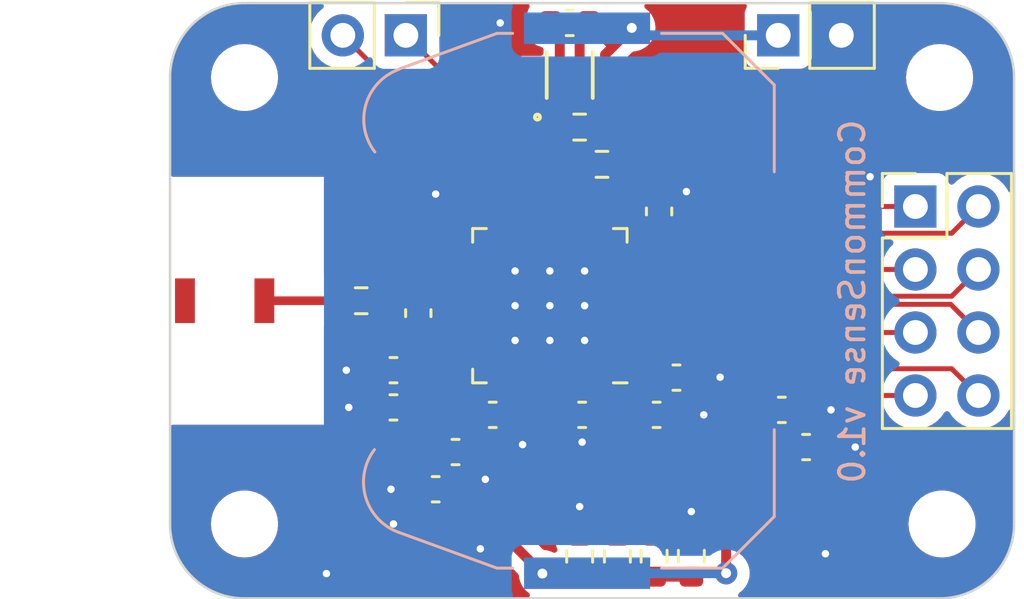
<source format=kicad_pcb>
(kicad_pcb (version 20221018) (generator pcbnew)
  (layers (0 "F.Cu" signal) (31 "B.Cu" signal) (34 "B.Paste" user) (35 "F.Paste" user) (36 "B.SilkS" user "B.Silkscreen") (37 "F.SilkS" user "F.Silkscreen") (38 "B.Mask" user) (39 "F.Mask" user) (44 "Edge.Cuts" user))
  (net 0 "")
  (net 1 "/RF")
  (net 2 "+3V3")
  (net 3 "GND")
  (net 4 "/XL1")
  (net 5 "/XL2")
  (net 6 "/DEC1")
  (net 7 "/DEC4")
  (net 8 "/DEC3")
  (net 9 "/DEC2")
  (net 10 "/XC1")
  (net 11 "/XC2")
  (net 12 "/ANT")
  (net 13 "/LED_RES1")
  (net 14 "/LED_RES2")
  (net 15 "/P0.09")
  (net 16 "/P0.08")
  (net 17 "/P0.07")
  (net 18 "/P0.06")
  (net 19 "/AIN3")
  (net 20 "/AIN2")
  (net 21 "/AIN1")
  (net 22 "/AIN0")
  (net 23 "/STATUS_LED1")
  (net 24 "/STATUS_LED2")
  (net 34 "/RESET")
  (net 35 "/SWDCLK")
  (net 36 "/SWDIO")
  (net 47 "/SDA")
  (net 48 "/SCL")
  (footprint "Connector_PinHeader_2.54mm:PinHeader_1x02_P2.54mm_Vertical" (layer "F.Cu") (at 160.5 57.3 90)
    (fp_text reference "J2" hide)
    (fp_text value "Conn_01x02" hide)
    (fp_line (start -1.33 -1.33) (end 0 -1.33) (stroke (width 0.12)) (layer "F.SilkS"))
    (fp_line (start -1.33 0) (end -1.33 -1.33) (stroke (width 0.12)) (layer "F.SilkS"))
    (fp_line (start -1.33 1.27) (end -1.33 3.87) (stroke (width 0.12)) (layer "F.SilkS"))
    (fp_line (start -1.33 1.27) (end 1.33 1.27) (stroke (width 0.12)) (layer "F.SilkS"))
    (fp_line (start -1.33 3.87) (end 1.33 3.87) (stroke (width 0.12)) (layer "F.SilkS"))
    (fp_line (start 1.33 1.27) (end 1.33 3.87) (stroke (width 0.12)) (layer "F.SilkS"))
    (pad "1" thru_hole rect (at 0 0 90) (size 1.7 1.7) (drill 1) (layers "*.Cu" "*.Mask") (net 2 "+3V3"))
    (pad "2" thru_hole oval (at 0 2.54 90) (size 1.7 1.7) (drill 1) (layers "*.Cu" "*.Mask") (net 3 "GND"))
  )
  (footprint "Capacitor_SMD:C_0603_1608Metric" (layer "F.Cu") (at 145 70.8 180)
    (fp_text reference "C9" hide)
    (fp_text value "N.C." hide)
    (fp_line (start -0.14058 -0.51) (end 0.14058 -0.51) (stroke (width 0.12)) (layer "F.SilkS"))
    (fp_line (start -0.14058 0.51) (end 0.14058 0.51) (stroke (width 0.12)) (layer "F.SilkS"))
    (pad "1" smd roundrect (at -0.775 0 180) (size 0.9 0.95) (layers "F.Cu" "F.Paste" "F.Mask") (net 9 "/DEC2"))
    (pad "2" smd roundrect (at 0.775 0 180) (size 0.9 0.95) (layers "F.Cu" "F.Paste" "F.Mask") (net 3 "GND"))
  )
  (footprint "Capacitor_SMD:C_0603_1608Metric" (layer "F.Cu") (at 156.4 71.1 180)
    (fp_text reference "C3" hide)
    (fp_text value "100n" hide)
    (fp_line (start -0.14058 -0.51) (end 0.14058 -0.51) (stroke (width 0.12)) (layer "F.SilkS"))
    (fp_line (start -0.14058 0.51) (end 0.14058 0.51) (stroke (width 0.12)) (layer "F.SilkS"))
    (pad "1" smd roundrect (at -0.775 0 180) (size 0.9 0.95) (layers "F.Cu" "F.Paste" "F.Mask") (net 3 "GND"))
    (pad "2" smd roundrect (at 0.775 0 180) (size 0.9 0.95) (layers "F.Cu" "F.Paste" "F.Mask") (net 6 "/DEC1"))
  )
  (footprint "MountingHole:MountingHole_2.2mm_M2" (layer "F.Cu") (at 167.1 77)
    (fp_text reference "H4" hide)
    (fp_text value "MountingHole" hide)
    (pad "" np_thru_hole circle locked (at 0 0) (size 2.2 2.2) (drill 2.2) (layers "*.Cu" "*.Mask"))
  )
  (footprint "MountingHole:MountingHole_2.2mm_M2" (layer "F.Cu") (at 139 77)
    (fp_text reference "H1" hide)
    (fp_text value "MountingHole" hide)
    (pad "" np_thru_hole circle locked (at 0 0) (size 2.2 2.2) (drill 2.2) (layers "*.Cu" "*.Mask"))
  )
  (footprint "Connector_PinHeader_2.54mm:PinHeader_2x04_P2.54mm_Vertical" (layer "F.Cu") (at 166.025 64.2)
    (fp_text reference "J1" hide)
    (fp_text value "Conn_02x04_Counter_Clockwise" hide)
    (fp_line (start -1.33 -1.33) (end 0 -1.33) (stroke (width 0.12)) (layer "F.SilkS"))
    (fp_line (start -1.33 0) (end -1.33 -1.33) (stroke (width 0.12)) (layer "F.SilkS"))
    (fp_line (start -1.33 1.27) (end -1.33 8.95) (stroke (width 0.12)) (layer "F.SilkS"))
    (fp_line (start -1.33 1.27) (end 1.27 1.27) (stroke (width 0.12)) (layer "F.SilkS"))
    (fp_line (start -1.33 8.95) (end 3.87 8.95) (stroke (width 0.12)) (layer "F.SilkS"))
    (fp_line (start 1.27 -1.33) (end 3.87 -1.33) (stroke (width 0.12)) (layer "F.SilkS"))
    (fp_line (start 1.27 1.27) (end 1.27 -1.33) (stroke (width 0.12)) (layer "F.SilkS"))
    (fp_line (start 3.87 -1.33) (end 3.87 8.95) (stroke (width 0.12)) (layer "F.SilkS"))
    (pad "1" thru_hole rect (at 0 0) (size 1.7 1.7) (drill 1) (layers "*.Cu" "*.Mask") (net 15 "/P0.09"))
    (pad "2" thru_hole oval (at 2.54 0) (size 1.7 1.7) (drill 1) (layers "*.Cu" "*.Mask") (net 16 "/P0.08"))
    (pad "3" thru_hole oval (at 0 2.54) (size 1.7 1.7) (drill 1) (layers "*.Cu" "*.Mask") (net 17 "/P0.07"))
    (pad "4" thru_hole oval (at 2.54 2.54) (size 1.7 1.7) (drill 1) (layers "*.Cu" "*.Mask") (net 18 "/P0.06"))
    (pad "5" thru_hole oval (at 0 5.08) (size 1.7 1.7) (drill 1) (layers "*.Cu" "*.Mask") (net 20 "/AIN2"))
    (pad "6" thru_hole oval (at 2.54 5.08) (size 1.7 1.7) (drill 1) (layers "*.Cu" "*.Mask") (net 19 "/AIN3"))
    (pad "7" thru_hole oval (at 0 7.62) (size 1.7 1.7) (drill 1) (layers "*.Cu" "*.Mask") (net 22 "/AIN0"))
    (pad "8" thru_hole oval (at 2.54 7.62) (size 1.7 1.7) (drill 1) (layers "*.Cu" "*.Mask") (net 21 "/AIN1"))
  )
  (footprint "encyclopedia_galactica:ECS-.327-12.5-12R-TR" (layer "F.Cu") (at 160.076228 75.527211 180)
    (fp_text reference "Y1" hide)
    (fp_text value " ECS-.327-12.5-12R-TR " hide)
    (pad "1" smd rect (at -0.7 0 180) (size 0.6 1.1) (layers "F.Cu" "F.Paste" "F.Mask") (net 5 "/XL2"))
    (pad "2" smd rect (at 0.7 0 180) (size 0.6 1.1) (layers "F.Cu" "F.Paste" "F.Mask") (net 4 "/XL1"))
  )
  (footprint "encyclopedia_galactica:2108838-1" (layer "F.Cu") (at 135.7 68)
    (fp_text reference "2108838-1" hide)
    (fp_text value "~" hide)
    (pad "1" smd rect (at 4.1 0) (size 0.8 1.8) (layers "F.Cu" "F.Paste" "F.Mask") (net 1 "/RF"))
    (pad "2" smd rect (at 0.9 0) (size 0.8 1.8) (layers "F.Cu" "F.Paste" "F.Mask"))
    (zone (net 0) (net_name "") (layers "*.Cu") (connect_pads (clearance 0)) (min_thickness 0.25)
      (keepout (tracks allowed) (vias not_allowed) (pads allowed) (copperpour not_allowed) (footprints not_allowed))
      (fill (thermal_gap 0.5) (thermal_bridge_width 0.5))
      (polygon (pts (xy 129.2 63) (xy 129.2 73) (xy 142.2 73) (xy 142.2 63)))
    )
  )
  (footprint "MountingHole:MountingHole_2.2mm_M2" (layer "F.Cu") (at 139 59)
    (fp_text reference "H2" hide)
    (fp_text value "MountingHole" hide)
    (pad "" np_thru_hole circle locked (at 0 0) (size 2.2 2.2) (drill 2.2) (layers "*.Cu" "*.Mask"))
  )
  (footprint "Connector_PinHeader_2.54mm:PinHeader_1x02_P2.54mm_Vertical" (layer "F.Cu") (at 145.5 57.3 -90)
    (fp_text reference "J3" hide)
    (fp_text value "Conn_01x02" hide)
    (fp_line (start -1.33 -1.33) (end 0 -1.33) (stroke (width 0.12)) (layer "F.SilkS"))
    (fp_line (start -1.33 0) (end -1.33 -1.33) (stroke (width 0.12)) (layer "F.SilkS"))
    (fp_line (start -1.33 1.27) (end -1.33 3.87) (stroke (width 0.12)) (layer "F.SilkS"))
    (fp_line (start -1.33 1.27) (end 1.33 1.27) (stroke (width 0.12)) (layer "F.SilkS"))
    (fp_line (start -1.33 3.87) (end 1.33 3.87) (stroke (width 0.12)) (layer "F.SilkS"))
    (fp_line (start 1.33 1.27) (end 1.33 3.87) (stroke (width 0.12)) (layer "F.SilkS"))
    (pad "1" thru_hole rect (at 0 0 270) (size 1.7 1.7) (drill 1) (layers "*.Cu" "*.Mask") (net 48 "/SCL"))
    (pad "2" thru_hole oval (at 0 2.54 270) (size 1.7 1.7) (drill 1) (layers "*.Cu" "*.Mask") (net 47 "/SDA"))
  )
  (footprint "Resistor_SMD:R_0603_1608Metric" (layer "F.Cu") (at 154.02 78.3 -90)
    (fp_text reference "R2" hide)
    (fp_text value "R" hide)
    (fp_line (start -0.237258 -0.5225) (end 0.237258 -0.5225) (stroke (width 0.12)) (layer "F.SilkS"))
    (fp_line (start -0.237258 0.5225) (end 0.237258 0.5225) (stroke (width 0.12)) (layer "F.SilkS"))
    (pad "1" smd roundrect (at -0.825 0 270) (size 0.8 0.95) (layers "F.Cu" "F.Paste" "F.Mask") (net 24 "/STATUS_LED2"))
    (pad "2" smd roundrect (at 0.825 0 270) (size 0.8 0.95) (layers "F.Cu" "F.Paste" "F.Mask") (net 14 "/LED_RES2"))
  )
  (footprint "Resistor_SMD:R_0603_1608Metric" (layer "F.Cu") (at 157 78.3 -90)
    (fp_text reference "D1" hide)
    (fp_text value "LED" hide)
    (fp_line (start -0.237258 -0.5225) (end 0.237258 -0.5225) (stroke (width 0.12)) (layer "F.SilkS"))
    (fp_line (start -0.237258 0.5225) (end 0.237258 0.5225) (stroke (width 0.12)) (layer "F.SilkS"))
    (pad "1" smd roundrect (at -0.825 0 270) (size 0.8 0.95) (layers "F.Cu" "F.Paste" "F.Mask") (net 3 "GND"))
    (pad "2" smd roundrect (at 0.825 0 270) (size 0.8 0.95) (layers "F.Cu" "F.Paste" "F.Mask") (net 13 "/LED_RES1"))
  )
  (footprint "Package_DFN_QFN:QFN-48-1EP_6x6mm_P0.4mm_EP4.6x4.6mm" (layer "F.Cu") (at 151.3 68.2 180)
    (fp_text reference "U1" hide)
    (fp_text value "NRF52810-QFAA-R7" hide)
    (fp_line (start -3.11 3.11) (end -3.11 2.56) (stroke (width 0.12)) (layer "F.SilkS"))
    (fp_line (start -2.56 -3.11) (end -3.11 -3.11) (stroke (width 0.12)) (layer "F.SilkS"))
    (fp_line (start -2.56 3.11) (end -3.11 3.11) (stroke (width 0.12)) (layer "F.SilkS"))
    (fp_line (start 2.56 -3.11) (end 3.11 -3.11) (stroke (width 0.12)) (layer "F.SilkS"))
    (fp_line (start 2.56 3.11) (end 3.11 3.11) (stroke (width 0.12)) (layer "F.SilkS"))
    (fp_line (start 3.11 -3.11) (end 3.11 -2.56) (stroke (width 0.12)) (layer "F.SilkS"))
    (fp_line (start 3.11 3.11) (end 3.11 2.56) (stroke (width 0.12)) (layer "F.SilkS"))
    (pad "1" smd roundrect (at -2.95 -2.2 180) (size 0.8 0.2) (layers "F.Cu" "F.Paste" "F.Mask") (net 6 "/DEC1"))
    (pad "2" smd roundrect (at -2.95 -1.8 180) (size 0.8 0.2) (layers "F.Cu" "F.Paste" "F.Mask") (net 4 "/XL1"))
    (pad "3" smd roundrect (at -2.95 -1.4 180) (size 0.8 0.2) (layers "F.Cu" "F.Paste" "F.Mask") (net 5 "/XL2"))
    (pad "4" smd roundrect (at -2.95 -1 180) (size 0.8 0.2) (layers "F.Cu" "F.Paste" "F.Mask") (net 22 "/AIN0"))
    (pad "5" smd roundrect (at -2.95 -0.6 180) (size 0.8 0.2) (layers "F.Cu" "F.Paste" "F.Mask") (net 21 "/AIN1"))
    (pad "6" smd roundrect (at -2.95 -0.2 180) (size 0.8 0.2) (layers "F.Cu" "F.Paste" "F.Mask") (net 20 "/AIN2"))
    (pad "7" smd roundrect (at -2.95 0.2 180) (size 0.8 0.2) (layers "F.Cu" "F.Paste" "F.Mask") (net 19 "/AIN3"))
    (pad "8" smd roundrect (at -2.95 0.6 180) (size 0.8 0.2) (layers "F.Cu" "F.Paste" "F.Mask") (net 18 "/P0.06"))
    (pad "9" smd roundrect (at -2.95 1 180) (size 0.8 0.2) (layers "F.Cu" "F.Paste" "F.Mask") (net 17 "/P0.07"))
    (pad "10" smd roundrect (at -2.95 1.4 180) (size 0.8 0.2) (layers "F.Cu" "F.Paste" "F.Mask") (net 16 "/P0.08"))
    (pad "11" smd roundrect (at -2.95 1.8 180) (size 0.8 0.2) (layers "F.Cu" "F.Paste" "F.Mask") (net 15 "/P0.09"))
    (pad "12" smd roundrect (at -2.95 2.2 180) (size 0.8 0.2) (layers "F.Cu" "F.Paste" "F.Mask"))
    (pad "13" smd roundrect (at -2.2 2.95 180) (size 0.2 0.8) (layers "F.Cu" "F.Paste" "F.Mask") (net 2 "+3V3"))
    (pad "14" smd roundrect (at -1.8 2.95 180) (size 0.2 0.8) (layers "F.Cu" "F.Paste" "F.Mask"))
    (pad "15" smd roundrect (at -1.4 2.95 180) (size 0.2 0.8) (layers "F.Cu" "F.Paste" "F.Mask"))
    (pad "16" smd roundrect (at -1 2.95 180) (size 0.2 0.8) (layers "F.Cu" "F.Paste" "F.Mask") (net 48 "/SCL"))
    (pad "17" smd roundrect (at -0.6 2.95 180) (size 0.2 0.8) (layers "F.Cu" "F.Paste" "F.Mask") (net 47 "/SDA"))
    (pad "18" smd roundrect (at -0.2 2.95 180) (size 0.2 0.8) (layers "F.Cu" "F.Paste" "F.Mask"))
    (pad "19" smd roundrect (at 0.2 2.95 180) (size 0.2 0.8) (layers "F.Cu" "F.Paste" "F.Mask"))
    (pad "20" smd roundrect (at 0.6 2.95 180) (size 0.2 0.8) (layers "F.Cu" "F.Paste" "F.Mask"))
    (pad "21" smd roundrect (at 1 2.95 180) (size 0.2 0.8) (layers "F.Cu" "F.Paste" "F.Mask"))
    (pad "22" smd roundrect (at 1.4 2.95 180) (size 0.2 0.8) (layers "F.Cu" "F.Paste" "F.Mask"))
    (pad "23" smd roundrect (at 1.8 2.95 180) (size 0.2 0.8) (layers "F.Cu" "F.Paste" "F.Mask"))
    (pad "24" smd roundrect (at 2.2 2.95 180) (size 0.2 0.8) (layers "F.Cu" "F.Paste" "F.Mask") (net 34 "/RESET"))
    (pad "25" smd roundrect (at 2.95 2.2 180) (size 0.8 0.2) (layers "F.Cu" "F.Paste" "F.Mask") (net 35 "/SWDCLK"))
    (pad "26" smd roundrect (at 2.95 1.8 180) (size 0.8 0.2) (layers "F.Cu" "F.Paste" "F.Mask") (net 36 "/SWDIO"))
    (pad "27" smd roundrect (at 2.95 1.4 180) (size 0.8 0.2) (layers "F.Cu" "F.Paste" "F.Mask"))
    (pad "28" smd roundrect (at 2.95 1 180) (size 0.8 0.2) (layers "F.Cu" "F.Paste" "F.Mask"))
    (pad "29" smd roundrect (at 2.95 0.6 180) (size 0.8 0.2) (layers "F.Cu" "F.Paste" "F.Mask"))
    (pad "30" smd roundrect (at 2.95 0.2 180) (size 0.8 0.2) (layers "F.Cu" "F.Paste" "F.Mask") (net 12 "/ANT"))
    (pad "31" smd roundrect (at 2.95 -0.2 180) (size 0.8 0.2) (layers "F.Cu" "F.Paste" "F.Mask") (net 3 "GND"))
    (pad "32" smd roundrect (at 2.95 -0.6 180) (size 0.8 0.2) (layers "F.Cu" "F.Paste" "F.Mask") (net 9 "/DEC2"))
    (pad "33" smd roundrect (at 2.95 -1 180) (size 0.8 0.2) (layers "F.Cu" "F.Paste" "F.Mask") (net 8 "/DEC3"))
    (pad "34" smd roundrect (at 2.95 -1.4 180) (size 0.8 0.2) (layers "F.Cu" "F.Paste" "F.Mask") (net 11 "/XC2"))
    (pad "35" smd roundrect (at 2.95 -1.8 180) (size 0.8 0.2) (layers "F.Cu" "F.Paste" "F.Mask") (net 10 "/XC1"))
    (pad "36" smd roundrect (at 2.95 -2.2 180) (size 0.8 0.2) (layers "F.Cu" "F.Paste" "F.Mask") (net 2 "+3V3"))
    (pad "37" smd roundrect (at 2.2 -2.95 180) (size 0.2 0.8) (layers "F.Cu" "F.Paste" "F.Mask"))
    (pad "38" smd roundrect (at 1.8 -2.95 180) (size 0.2 0.8) (layers "F.Cu" "F.Paste" "F.Mask"))
    (pad "39" smd roundrect (at 1.4 -2.95 180) (size 0.2 0.8) (layers "F.Cu" "F.Paste" "F.Mask"))
    (pad "40" smd roundrect (at 1 -2.95 180) (size 0.2 0.8) (layers "F.Cu" "F.Paste" "F.Mask"))
    (pad "41" smd roundrect (at 0.6 -2.95 180) (size 0.2 0.8) (layers "F.Cu" "F.Paste" "F.Mask") (net 24 "/STATUS_LED2"))
    (pad "42" smd roundrect (at 0.2 -2.95 180) (size 0.2 0.8) (layers "F.Cu" "F.Paste" "F.Mask") (net 23 "/STATUS_LED1"))
    (pad "43" smd roundrect (at -0.2 -2.95 180) (size 0.2 0.8) (layers "F.Cu" "F.Paste" "F.Mask"))
    (pad "44" smd roundrect (at -0.6 -2.95 180) (size 0.2 0.8) (layers "F.Cu" "F.Paste" "F.Mask"))
    (pad "45" smd roundrect (at -1 -2.95 180) (size 0.2 0.8) (layers "F.Cu" "F.Paste" "F.Mask") (net 3 "GND"))
    (pad "46" smd roundrect (at -1.4 -2.95 180) (size 0.2 0.8) (layers "F.Cu" "F.Paste" "F.Mask") (net 7 "/DEC4"))
    (pad "47" smd roundrect (at -1.8 -2.95 180) (size 0.2 0.8) (layers "F.Cu" "F.Paste" "F.Mask"))
    (pad "48" smd roundrect (at -2.2 -2.95 180) (size 0.2 0.8) (layers "F.Cu" "F.Paste" "F.Mask") (net 2 "+3V3"))
    (pad "49" smd rect (at 0 0 180) (size 4.6 4.6) (layers "F.Cu" "F.Mask") (net 3 "GND"))
  )
  (footprint "Capacitor_SMD:C_0603_1608Metric" (layer "F.Cu") (at 145 72.3 180)
    (fp_text reference "C8" hide)
    (fp_text value "100pF" hide)
    (fp_line (start -0.14058 -0.51) (end 0.14058 -0.51) (stroke (width 0.12)) (layer "F.SilkS"))
    (fp_line (start -0.14058 0.51) (end 0.14058 0.51) (stroke (width 0.12)) (layer "F.SilkS"))
    (pad "1" smd roundrect (at -0.775 0 180) (size 0.9 0.95) (layers "F.Cu" "F.Paste" "F.Mask") (net 8 "/DEC3"))
    (pad "2" smd roundrect (at 0.775 0 180) (size 0.9 0.95) (layers "F.Cu" "F.Paste" "F.Mask") (net 3 "GND"))
  )
  (footprint "Capacitor_SMD:C_0603_1608Metric" (layer "F.Cu") (at 155.6 72.6 180)
    (fp_text reference "C5" hide)
    (fp_text value "4u7" hide)
    (fp_line (start -0.14058 -0.51) (end 0.14058 -0.51) (stroke (width 0.12)) (layer "F.SilkS"))
    (fp_line (start -0.14058 0.51) (end 0.14058 0.51) (stroke (width 0.12)) (layer "F.SilkS"))
    (pad "1" smd roundrect (at -0.775 0 180) (size 0.9 0.95) (layers "F.Cu" "F.Paste" "F.Mask") (net 3 "GND"))
    (pad "2" smd roundrect (at 0.775 0 180) (size 0.9 0.95) (layers "F.Cu" "F.Paste" "F.Mask") (net 2 "+3V3"))
  )
  (footprint "Capacitor_SMD:C_0603_1608Metric" (layer "F.Cu") (at 147.5 74.1)
    (fp_text reference "C11" hide)
    (fp_text value "12pF" hide)
    (fp_line (start -0.14058 -0.51) (end 0.14058 -0.51) (stroke (width 0.12)) (layer "F.SilkS"))
    (fp_line (start -0.14058 0.51) (end 0.14058 0.51) (stroke (width 0.12)) (layer "F.SilkS"))
    (pad "1" smd roundrect (at -0.775 0) (size 0.9 0.95) (layers "F.Cu" "F.Paste" "F.Mask") (net 11 "/XC2"))
    (pad "2" smd roundrect (at 0.775 0) (size 0.9 0.95) (layers "F.Cu" "F.Paste" "F.Mask") (net 3 "GND"))
  )
  (footprint "Resistor_SMD:R_0603_1608Metric" (layer "F.Cu") (at 152.5 61 180)
    (fp_text reference "R4" hide)
    (fp_text value "10k" hide)
    (fp_line (start -0.237258 -0.5225) (end 0.237258 -0.5225) (stroke (width 0.12)) (layer "F.SilkS"))
    (fp_line (start -0.237258 0.5225) (end 0.237258 0.5225) (stroke (width 0.12)) (layer "F.SilkS"))
    (pad "1" smd roundrect (at -0.825 0 180) (size 0.8 0.95) (layers "F.Cu" "F.Paste" "F.Mask") (net 2 "+3V3"))
    (pad "2" smd roundrect (at 0.825 0 180) (size 0.8 0.95) (layers "F.Cu" "F.Paste" "F.Mask") (net 47 "/SDA"))
  )
  (footprint "Resistor_SMD:R_0603_1608Metric" (layer "F.Cu") (at 155.5 78.3 -90)
    (fp_text reference "R1" hide)
    (fp_text value "R" hide)
    (fp_line (start -0.237258 -0.5225) (end 0.237258 -0.5225) (stroke (width 0.12)) (layer "F.SilkS"))
    (fp_line (start -0.237258 0.5225) (end 0.237258 0.5225) (stroke (width 0.12)) (layer "F.SilkS"))
    (pad "1" smd roundrect (at -0.825 0 270) (size 0.8 0.95) (layers "F.Cu" "F.Paste" "F.Mask") (net 23 "/STATUS_LED1"))
    (pad "2" smd roundrect (at 0.825 0 270) (size 0.8 0.95) (layers "F.Cu" "F.Paste" "F.Mask") (net 13 "/LED_RES1"))
  )
  (footprint "MountingHole:MountingHole_2.2mm_M2" (layer "F.Cu") (at 167 59)
    (fp_text reference "H3" hide)
    (fp_text value "MountingHole" hide)
    (pad "" np_thru_hole circle locked (at 0 0) (size 2.2 2.2) (drill 2.2) (layers "*.Cu" "*.Mask"))
  )
  (footprint "Resistor_SMD:R_0603_1608Metric" (layer "F.Cu") (at 143.7 68 180)
    (fp_text reference "L1" hide)
    (fp_text value "3.9nH" hide)
    (fp_line (start -0.237258 -0.5225) (end 0.237258 -0.5225) (stroke (width 0.12)) (layer "F.SilkS"))
    (fp_line (start -0.237258 0.5225) (end 0.237258 0.5225) (stroke (width 0.12)) (layer "F.SilkS"))
    (pad "1" smd roundrect (at -0.825 0 180) (size 0.8 0.95) (layers "F.Cu" "F.Paste" "F.Mask") (net 12 "/ANT"))
    (pad "2" smd roundrect (at 0.825 0 180) (size 0.8 0.95) (layers "F.Cu" "F.Paste" "F.Mask") (net 1 "/RF"))
  )
  (footprint "Resistor_SMD:R_0603_1608Metric" (layer "F.Cu") (at 153.4 62.5)
    (fp_text reference "R3" hide)
    (fp_text value "10k" hide)
    (fp_line (start -0.237258 -0.5225) (end 0.237258 -0.5225) (stroke (width 0.12)) (layer "F.SilkS"))
    (fp_line (start -0.237258 0.5225) (end 0.237258 0.5225) (stroke (width 0.12)) (layer "F.SilkS"))
    (pad "1" smd roundrect (at -0.825 0) (size 0.8 0.95) (layers "F.Cu" "F.Paste" "F.Mask") (net 48 "/SCL"))
    (pad "2" smd roundrect (at 0.825 0) (size 0.8 0.95) (layers "F.Cu" "F.Paste" "F.Mask") (net 2 "+3V3"))
  )
  (footprint "Capacitor_SMD:C_0603_1608Metric" (layer "F.Cu") (at 149 72.6 180)
    (fp_text reference "C7" hide)
    (fp_text value "100n" hide)
    (fp_line (start -0.14058 -0.51) (end 0.14058 -0.51) (stroke (width 0.12)) (layer "F.SilkS"))
    (fp_line (start -0.14058 0.51) (end 0.14058 0.51) (stroke (width 0.12)) (layer "F.SilkS"))
    (pad "1" smd roundrect (at -0.775 0 180) (size 0.9 0.95) (layers "F.Cu" "F.Paste" "F.Mask") (net 3 "GND"))
    (pad "2" smd roundrect (at 0.775 0 180) (size 0.9 0.95) (layers "F.Cu" "F.Paste" "F.Mask") (net 2 "+3V3"))
  )
  (footprint "Capacitor_SMD:C_0603_1608Metric" (layer "F.Cu") (at 152.1 56.8 180)
    (fp_text reference "C13" hide)
    (fp_text value "100n" hide)
    (fp_line (start -0.14058 -0.51) (end 0.14058 -0.51) (stroke (width 0.12)) (layer "F.SilkS"))
    (fp_line (start -0.14058 0.51) (end 0.14058 0.51) (stroke (width 0.12)) (layer "F.SilkS"))
    (pad "1" smd roundrect (at -0.775 0 180) (size 0.9 0.95) (layers "F.Cu" "F.Paste" "F.Mask") (net 2 "+3V3"))
    (pad "2" smd roundrect (at 0.775 0 180) (size 0.9 0.95) (layers "F.Cu" "F.Paste" "F.Mask") (net 3 "GND"))
  )
  (footprint "Capacitor_SMD:C_0603_1608Metric" (layer "F.Cu") (at 161.62255 73.900001)
    (fp_text reference "C2" hide)
    (fp_text value "12pF" hide)
    (fp_line (start -0.14058 -0.51) (end 0.14058 -0.51) (stroke (width 0.12)) (layer "F.SilkS"))
    (fp_line (start -0.14058 0.51) (end 0.14058 0.51) (stroke (width 0.12)) (layer "F.SilkS"))
    (pad "1" smd roundrect (at -0.775 0) (size 0.9 0.95) (layers "F.Cu" "F.Paste" "F.Mask") (net 5 "/XL2"))
    (pad "2" smd roundrect (at 0.775 0) (size 0.9 0.95) (layers "F.Cu" "F.Paste" "F.Mask") (net 3 "GND"))
  )
  (footprint "Capacitor_SMD:C_0603_1608Metric" (layer "F.Cu") (at 155.7 64.4 -90)
    (fp_text reference "C4" hide)
    (fp_text value "100n" hide)
    (fp_line (start -0.14058 -0.51) (end 0.14058 -0.51) (stroke (width 0.12)) (layer "F.SilkS"))
    (fp_line (start -0.14058 0.51) (end 0.14058 0.51) (stroke (width 0.12)) (layer "F.SilkS"))
    (pad "1" smd roundrect (at -0.775 0 270) (size 0.9 0.95) (layers "F.Cu" "F.Paste" "F.Mask") (net 3 "GND"))
    (pad "2" smd roundrect (at 0.775 0 270) (size 0.9 0.95) (layers "F.Cu" "F.Paste" "F.Mask") (net 2 "+3V3"))
  )
  (footprint "encyclopedia_galactica:DFN4_SHT41_SEN" (layer "F.Cu") (at 152.1 58.8969 90)
    (fp_text reference "U2" hide)
    (fp_text value "SHT41-AD1B-R2" hide)
    (fp_line (start -0.9271 0.9271) (end 0.9271 0.9271) (stroke (width 0.1524)) (layer "F.SilkS"))
    (fp_line (start 0.9271 -0.9271) (end -0.9271 -0.9271) (stroke (width 0.1524)) (layer "F.SilkS"))
    (fp_circle (center -1.7 -1.3) (end -1.5984 -1.3) (stroke (width 0.1524)) (fill none) (layer "F.SilkS"))
    (pad "1" smd rect (at -0.7469 -0.40005 90) (size 0.706399 0.3056) (layers "F.Cu" "F.Paste" "F.Mask") (net 47 "/SDA"))
    (pad "2" smd rect (at -0.7469 0.40005 90) (size 0.706399 0.3056) (layers "F.Cu" "F.Paste" "F.Mask") (net 48 "/SCL"))
    (pad "3" smd rect (at 0.7469 0.40005 90) (size 0.706399 0.3056) (layers "F.Cu" "F.Paste" "F.Mask") (net 2 "+3V3"))
    (pad "4" smd rect (at 0.7469 -0.40005 90) (size 0.706399 0.3056) (layers "F.Cu" "F.Paste" "F.Mask") (net 3 "GND"))
  )
  (footprint "Capacitor_SMD:C_0603_1608Metric" (layer "F.Cu") (at 160.6451 72.400001)
    (fp_text reference "C1" hide)
    (fp_text value "12pF" hide)
    (fp_line (start -0.14058 -0.51) (end 0.14058 -0.51) (stroke (width 0.12)) (layer "F.SilkS"))
    (fp_line (start -0.14058 0.51) (end 0.14058 0.51) (stroke (width 0.12)) (layer "F.SilkS"))
    (pad "1" smd roundrect (at -0.775 0) (size 0.9 0.95) (layers "F.Cu" "F.Paste" "F.Mask") (net 4 "/XL1"))
    (pad "2" smd roundrect (at 0.775 0) (size 0.9 0.95) (layers "F.Cu" "F.Paste" "F.Mask") (net 3 "GND"))
  )
  (footprint "encyclopedia_galactica:ABM11W-30.0000MHZ-7-D1X-T3" (layer "F.Cu") (at 146.7625 77.5)
    (fp_text reference "Y2" hide)
    (fp_text value "ABM11W-32.0000MHZ-7-D1X-T3 " hide)
    (pad "1" smd rect (at -0.637 -0.487 90) (size 0.775 0.875) (layers "F.Cu" "F.Paste" "F.Mask") (net 3 "GND"))
    (pad "2" smd rect (at 0.637 -0.487 90) (size 0.775 0.875) (layers "F.Cu" "F.Paste" "F.Mask") (net 10 "/XC1"))
    (pad "3" smd rect (at -0.637 0.487 90) (size 0.775 0.875) (layers "F.Cu" "F.Paste" "F.Mask") (net 11 "/XC2"))
    (pad "4" smd rect (at 0.637 0.487 90) (size 0.775 0.875) (layers "F.Cu" "F.Paste" "F.Mask") (net 3 "GND"))
  )
  (footprint "Capacitor_SMD:C_0603_1608Metric" (layer "F.Cu") (at 146 68.5 90)
    (fp_text reference "C12" hide)
    (fp_text value "0.8pF" hide)
    (fp_line (start -0.14058 -0.51) (end 0.14058 -0.51) (stroke (width 0.12)) (layer "F.SilkS"))
    (fp_line (start -0.14058 0.51) (end 0.14058 0.51) (stroke (width 0.12)) (layer "F.SilkS"))
    (pad "1" smd roundrect (at -0.775 0 90) (size 0.9 0.95) (layers "F.Cu" "F.Paste" "F.Mask") (net 3 "GND"))
    (pad "2" smd roundrect (at 0.775 0 90) (size 0.9 0.95) (layers "F.Cu" "F.Paste" "F.Mask") (net 12 "/ANT"))
  )
  (footprint "Capacitor_SMD:C_0603_1608Metric" (layer "F.Cu") (at 152.6 72.6 180)
    (fp_text reference "C6" hide)
    (fp_text value "1u" hide)
    (fp_line (start -0.14058 -0.51) (end 0.14058 -0.51) (stroke (width 0.12)) (layer "F.SilkS"))
    (fp_line (start -0.14058 0.51) (end 0.14058 0.51) (stroke (width 0.12)) (layer "F.SilkS"))
    (pad "1" smd roundrect (at -0.775 0 180) (size 0.9 0.95) (layers "F.Cu" "F.Paste" "F.Mask") (net 7 "/DEC4"))
    (pad "2" smd roundrect (at 0.775 0 180) (size 0.9 0.95) (layers "F.Cu" "F.Paste" "F.Mask") (net 3 "GND"))
  )
  (footprint "Resistor_SMD:R_0603_1608Metric" (layer "F.Cu") (at 152.5 78.3 -90)
    (fp_text reference "D2" hide)
    (fp_text value "LED" hide)
    (fp_line (start -0.237258 -0.5225) (end 0.237258 -0.5225) (stroke (width 0.12)) (layer "F.SilkS"))
    (fp_line (start -0.237258 0.5225) (end 0.237258 0.5225) (stroke (width 0.12)) (layer "F.SilkS"))
    (pad "1" smd roundrect (at -0.825 0 270) (size 0.8 0.95) (layers "F.Cu" "F.Paste" "F.Mask") (net 3 "GND"))
    (pad "2" smd roundrect (at 0.825 0 270) (size 0.8 0.95) (layers "F.Cu" "F.Paste" "F.Mask") (net 14 "/LED_RES2"))
  )
  (footprint "Capacitor_SMD:C_0603_1608Metric" (layer "F.Cu") (at 146.7 75.6 180)
    (fp_text reference "C10" hide)
    (fp_text value "12pF" hide)
    (fp_line (start -0.14058 -0.51) (end 0.14058 -0.51) (stroke (width 0.12)) (layer "F.SilkS"))
    (fp_line (start -0.14058 0.51) (end 0.14058 0.51) (stroke (width 0.12)) (layer "F.SilkS"))
    (pad "1" smd roundrect (at -0.775 0 180) (size 0.9 0.95) (layers "F.Cu" "F.Paste" "F.Mask") (net 10 "/XC1"))
    (pad "2" smd roundrect (at 0.775 0 180) (size 0.9 0.95) (layers "F.Cu" "F.Paste" "F.Mask") (net 3 "GND"))
  )
  (footprint "Battery:BatteryHolder_Keystone_3034_1x20mm" (layer "B.Cu") (at 152.8 68 90)
    (fp_text reference "BT1" hide)
    (fp_text value "Battery_Cell" hide)
    (fp_line (start -10.78 -3.63) (end -9.34 -7.58) (stroke (width 0.12)) (layer "B.SilkS"))
    (fp_line (start -10.78 -3) (end -10.78 -3.63) (stroke (width 0.12)) (layer "B.SilkS"))
    (fp_line (start -10.78 5.46) (end -10.78 3) (stroke (width 0.12)) (layer "B.SilkS"))
    (fp_line (start -8.7 7.54) (end -10.78 5.46) (stroke (width 0.12)) (layer "B.SilkS"))
    (fp_line (start -5.2 7.54) (end -8.7 7.54) (stroke (width 0.12)) (layer "B.SilkS"))
    (fp_line (start 8.7 7.54) (end 5.2 7.54) (stroke (width 0.12)) (layer "B.SilkS"))
    (fp_line (start 8.7 7.54) (end 10.78 5.46) (stroke (width 0.12)) (layer "B.SilkS"))
    (fp_line (start 10.78 -3.63) (end 9.34 -7.58) (stroke (width 0.12)) (layer "B.SilkS"))
    (fp_line (start 10.78 -3) (end 10.78 -3.63) (stroke (width 0.12)) (layer "B.SilkS"))
    (fp_line (start 10.78 5.46) (end 10.78 3) (stroke (width 0.12)) (layer "B.SilkS"))
    (fp_arc (start -9.34 -7.58) (mid -7.921654 -8.918738) (end -6.003354 -8.56653) (stroke (width 0.12)) (layer "B.SilkS"))
    (fp_arc (start 6 -8.55) (mid 7.90634 -8.911669) (end 9.325243 -7.588169) (stroke (width 0.12)) (layer "B.SilkS"))
    (pad "1" smd rect (at -10.985 0 90) (size 1.27 5.08) (layers "B.Cu" "B.Paste" "B.Mask") (net 2 "+3V3"))
    (pad "1" smd rect (at 10.985 0 90) (size 1.27 5.08) (layers "B.Cu" "B.Paste" "B.Mask") (net 2 "+3V3"))
    (pad "2" smd circle (at 0 0 90) (size 17.8 17.8) (layers "B.Cu" "B.Mask") (net 3 "GND"))
  )
  (gr_line locked (start 167 80) (end 139 80) (stroke (width 0.1)) (layer "Edge.Cuts"))
  (gr_line locked (start 170 59) (end 170 77) (stroke (width 0.1)) (layer "Edge.Cuts"))
  (gr_arc locked (start 138.999999 80.000001) (mid 136.878679 79.121321) (end 135.999999 77.000001) (stroke (width 0.1)) (layer "Edge.Cuts"))
  (gr_arc locked (start 167 56) (mid 169.12132 56.87868) (end 170 59) (stroke (width 0.1)) (layer "Edge.Cuts"))
  (gr_arc locked (start 135.999999 58.999999) (mid 136.878679 56.878679) (end 138.999999 55.999999) (stroke (width 0.1)) (layer "Edge.Cuts"))
  (gr_line locked (start 139 56) (end 167 56) (stroke (width 0.1)) (layer "Edge.Cuts"))
  (gr_arc locked (start 170.000001 77.000001) (mid 169.121321 79.121321) (end 167.000001 80.000001) (stroke (width 0.1)) (layer "Edge.Cuts"))
  (gr_line locked (start 136 77) (end 136 59) (stroke (width 0.1)) (layer "Edge.Cuts"))
  (gr_text "CommonSense v1.0" (at 162.9 60.6 90) (layer "B.SilkS") (effects (font (size 1 1)) (justify left top mirror)))
  (segment (start 142.875 68) (end 139.8 68) (width 0.35) (layer "F.Cu") (net 1))
  (segment (start 154.225 62.5) (end 153.527 62.5) (width 0.4) (layer "F.Cu") (net 2))
  (segment (start 148.225 72.6) (end 148.225 70.525) (width 0.4) (layer "F.Cu") (net 2))
  (segment (start 154.825 72.6) (end 153.6 71.375) (width 0.4) (layer "F.Cu") (net 2))
  (segment (start 148.323 70.427) (end 148.35 70.427) (width 0.4) (layer "F.Cu") (net 2))
  (segment (start 153.527 58.073) (end 153.527 62.5) (width 0.4) (layer "F.Cu") (net 2))
  (segment (start 153.6 71.375) (end 153.6 71.15) (width 0.4) (layer "F.Cu") (net 2))
  (segment (start 153.527 62.5) (end 153.527 65.25) (width 0.4) (layer "F.Cu") (net 2))
  (segment (start 149.4 73.775) (end 149.4 77.4) (width 0.4) (layer "F.Cu") (net 2))
  (segment (start 152.50005 58.1531) (end 152.50005 57.17495) (width 0.4) (layer "F.Cu") (net 2))
  (segment (start 152.9 56.8) (end 153.85 57.75) (width 0.4) (layer "F.Cu") (net 2))
  (segment (start 148.225 72.6) (end 149.4 73.775) (width 0.4) (layer "F.Cu") (net 2))
  (segment (start 153.527 65.25) (end 155.625 65.25) (width 0.4) (layer "F.Cu") (net 2))
  (segment (start 155.625 65.25) (end 155.7 65.175) (width 0.4) (layer "F.Cu") (net 2))
  (segment (start 152.875 56.8) (end 152.9 56.8) (width 0.4) (layer "F.Cu") (net 2))
  (segment (start 158.4 76.175) (end 154.825 72.6) (width 0.4) (layer "F.Cu") (net 2))
  (segment (start 152.50005 57.17495) (end 152.875 56.8) (width 0.4) (layer "F.Cu") (net 2))
  (segment (start 153.85 57.75) (end 154.6 57) (width 0.4) (layer "F.Cu") (net 2))
  (segment (start 153.85 57.75) (end 153.527 58.073) (width 0.4) (layer "F.Cu") (net 2))
  (segment (start 148.225 70.525) (end 148.323 70.427) (width 0.4) (layer "F.Cu") (net 2))
  (segment (start 149.4 77.4) (end 151 79) (width 0.4) (layer "F.Cu") (net 2))
  (segment (start 158.4 78.985) (end 158.4 76.175) (width 0.4) (layer "F.Cu") (net 2))
  (via (at 158.4 78.985) (size 0.9) (drill 0.4) (layers "F.Cu" "B.Cu") (net 2))
  (via (at 154.6 57) (size 0.9) (drill 0.4) (layers "F.Cu" "B.Cu") (net 2))
  (via (at 151 79) (size 0.9) (drill 0.4) (layers "F.Cu" "B.Cu") (net 2))
  (segment (start 158.4 78.985) (end 152.8 78.985) (width 0.4) (layer "B.Cu") (net 2))
  (segment (start 153.085 57.3) (end 152.8 57.015) (width 0.4) (layer "B.Cu") (net 2))
  (segment (start 160.5 57.3) (end 153.085 57.3) (width 0.4) (layer "B.Cu") (net 2))
  (segment (start 158.14136 71.1) (end 157.175 71.1) (width 0.4) (layer "F.Cu") (net 3))
  (segment (start 144.225 70.8) (end 143.1 70.8) (width 0.4) (layer "F.Cu") (net 3))
  (segment (start 158.15864 71.08272) (end 158.14136 71.1) (width 0.4) (layer "F.Cu") (net 3))
  (segment (start 152.3 71.15) (end 152.3 72.125) (width 0.2) (layer "F.Cu") (net 3))
  (segment (start 156.8 63.6) (end 155.725 63.6) (width 0.4) (layer "F.Cu") (net 3))
  (segment (start 148.487 77.987) (end 148.5 78) (width 0.4) (layer "F.Cu") (net 3))
  (segment (start 149.7 68.4) (end 149.9 68.2) (width 0.2) (layer "F.Cu") (net 3))
  (segment (start 151.69995 57.17495) (end 151.325 56.8) (width 0.4) (layer "F.Cu") (net 3))
  (segment (start 149.775 73.375) (end 150.2 73.8) (width 0.4) (layer "F.Cu") (net 3))
  (segment (start 155.725 63.6) (end 155.7 63.625) (width 0.4) (layer "F.Cu") (net 3))
  (segment (start 151.325 56.8) (end 149.3 56.8) (width 0.4) (layer "F.Cu") (net 3))
  (segment (start 152.3 72.125) (end 151.825 72.6) (width 0.2) (layer "F.Cu") (net 3))
  (segment (start 151.825 72.925) (end 152.6 73.7) (width 0.4) (layer "F.Cu") (net 3))
  (segment (start 145.925 75.6) (end 144.9 75.6) (width 0.4) (layer "F.Cu") (net 3))
  (segment (start 145.013 77.013) (end 145 77) (width 0.4) (layer "F.Cu") (net 3))
  (segment (start 148.375 74.1) (end 148.375 74.875) (width 0.4) (layer "F.Cu") (net 3))
  (segment (start 157 77.475) (end 157 76.5) (width 0.4) (layer "F.Cu") (net 3))
  (segment (start 161.420102 72.400001) (end 162.624999 72.400001) (width 0.4) (layer "F.Cu") (net 3))
  (segment (start 151.69995 58.1531) (end 151.69995 57.17495) (width 0.4) (layer "F.Cu") (net 3))
  (segment (start 144.225 72.3) (end 143.2 72.3) (width 0.4) (layer "F.Cu") (net 3))
  (segment (start 148.35 68.4) (end 148.312495 68.437505) (width 0.2) (layer "F.Cu") (net 3))
  (segment (start 152.5 77.475) (end 152.5 76.3) (width 0.4) (layer "F.Cu") (net 3))
  (segment (start 148.375 74.875) (end 148.7 75.2) (width 0.4) (layer "F.Cu") (net 3))
  (segment (start 156.375 72.6) (end 157.5 72.6) (width 0.4) (layer "F.Cu") (net 3))
  (segment (start 148.312495 68.437505) (end 146.837495 68.437505) (width 0.2) (layer "F.Cu") (net 3))
  (segment (start 149.775 72.6) (end 149.775 73.375) (width 0.4) (layer "F.Cu") (net 3))
  (segment (start 151.825 72.6) (end 151.825 72.925) (width 0.4) (layer "F.Cu") (net 3))
  (segment (start 146.837495 68.437505) (end 146 69.275) (width 0.2) (layer "F.Cu") (net 3))
  (segment (start 148.35 68.4) (end 149.7 68.4) (width 0.2) (layer "F.Cu") (net 3))
  (segment (start 162.39755 73.900001) (end 163.60245 73.899999) (width 0.4) (layer "F.Cu") (net 3))
  (segment (start 146.1255 77.013) (end 145.013 77.013) (width 0.4) (layer "F.Cu") (net 3))
  (segment (start 147.3995 77.987) (end 148.487 77.987) (width 0.4) (layer "F.Cu") (net 3))
  (via (at 157.5 72.6) (size 0.6) (drill 0.3) (layers "F.Cu" "B.Cu") (net 3))
  (via (at 151.3 69.6) (size 0.6) (drill 0.3) (layers "F.Cu" "B.Cu") (net 3))
  (via (at 142.3 79) (size 0.6) (drill 0.3) (layers "F.Cu" "B.Cu") (net 3))
  (via (at 162.4 78.2) (size 0.6) (drill 0.3) (layers "F.Cu" "B.Cu") (net 3))
  (via (at 158.15864 71.08272) (size 0.6) (drill 0.3) (layers "F.Cu" "B.Cu") (net 3))
  (via (at 164.2 63) (size 0.6) (drill 0.3) (layers "F.Cu" "B.Cu") (net 3))
  (via (at 144.9 75.6) (size 0.6) (drill 0.3) (layers "F.Cu" "B.Cu") (net 3))
  (via (at 157 76.5) (size 0.6) (drill 0.3) (layers "F.Cu" "B.Cu") (net 3))
  (via (at 148.5 78) (size 0.6) (drill 0.3) (layers "F.Cu" "B.Cu") (net 3))
  (via (at 148.7 75.2) (size 0.6) (drill 0.3) (layers "F.Cu" "B.Cu") (net 3))
  (via (at 149.9 68.2) (size 0.6) (drill 0.3) (layers "F.Cu" "B.Cu") (net 3))
  (via (at 162.624999 72.400001) (size 0.6) (drill 0.3) (layers "F.Cu" "B.Cu") (net 3))
  (via (at 152.5 76.3) (size 0.6) (drill 0.3) (layers "F.Cu" "B.Cu") (net 3))
  (via (at 149.3 56.8) (size 0.6) (drill 0.3) (layers "F.Cu" "B.Cu") (net 3))
  (via (at 149.9 66.8) (size 0.6) (drill 0.3) (layers "F.Cu" "B.Cu") (net 3))
  (via (at 149.9 69.6) (size 0.6) (drill 0.3) (layers "F.Cu" "B.Cu") (net 3))
  (via (at 146.7 63.7) (size 0.6) (drill 0.3) (layers "F.Cu" "B.Cu") (net 3))
  (via (at 156.8 63.6) (size 0.6) (drill 0.3) (layers "F.Cu" "B.Cu") (net 3))
  (via (at 150.2 73.8) (size 0.6) (drill 0.3) (layers "F.Cu" "B.Cu") (net 3))
  (via (at 163.60245 73.899999) (size 0.6) (drill 0.3) (layers "F.Cu" "B.Cu") (net 3))
  (via (at 152.7 68.2) (size 0.6) (drill 0.3) (layers "F.Cu" "B.Cu") (net 3))
  (via (at 151.3 68.2) (size 0.6) (drill 0.3) (layers "F.Cu" "B.Cu") (net 3))
  (via (at 152.6 73.7) (size 0.6) (drill 0.3) (layers "F.Cu" "B.Cu") (net 3))
  (via (at 145 77) (size 0.6) (drill 0.3) (layers "F.Cu" "B.Cu") (net 3))
  (via (at 143.2 72.3) (size 0.6) (drill 0.3) (layers "F.Cu" "B.Cu") (net 3))
  (via (at 151.3 66.8) (size 0.6) (drill 0.3) (layers "F.Cu" "B.Cu") (net 3))
  (via (at 143.1 70.8) (size 0.6) (drill 0.3) (layers "F.Cu" "B.Cu") (net 3))
  (via (at 152.7 66.8) (size 0.6) (drill 0.3) (layers "F.Cu" "B.Cu") (net 3))
  (via (at 152.7 69.6) (size 0.6) (drill 0.3) (layers "F.Cu" "B.Cu") (net 3))
  (segment (start 159.376228 71.555017) (end 157.821211 70) (width 0.2) (layer "F.Cu") (net 4))
  (segment (start 157.821211 70) (end 154.25 70) (width 0.2) (layer "F.Cu") (net 4))
  (segment (start 159.8701 72.400001) (end 159.376229 72.400001) (width 0.2) (layer "F.Cu") (net 4))
  (segment (start 159.376228 72.4) (end 159.376228 71.555017) (width 0.2) (layer "F.Cu") (net 4))
  (segment (start 159.376229 72.400001) (end 159.376228 72.4) (width 0.2) (layer "F.Cu") (net 4))
  (segment (start 159.376228 75.527211) (end 159.376228 72.4) (width 0.2) (layer "F.Cu") (net 4))
  (segment (start 160.7431 75.494083) (end 160.7431 71.8701) (width 0.2) (layer "F.Cu") (net 5))
  (segment (start 160.776228 75.527211) (end 160.7431 75.494083) (width 0.2) (layer "F.Cu") (net 5))
  (segment (start 160.7431 71.8701) (end 158.473 69.6) (width 0.2) (layer "F.Cu") (net 5))
  (segment (start 158.473 69.6) (end 154.25 69.6) (width 0.2) (layer "F.Cu") (net 5))
  (segment (start 154.925 70.4) (end 155.625 71.1) (width 0.2) (layer "F.Cu") (net 6))
  (segment (start 154.25 70.4) (end 154.925 70.4) (width 0.2) (layer "F.Cu") (net 6))
  (segment (start 152.7 71.15) (end 152.7 72.1) (width 0.2) (layer "F.Cu") (net 7))
  (segment (start 153.2 72.6) (end 153.375 72.6) (width 0.2) (layer "F.Cu") (net 7))
  (segment (start 152.7 72.1) (end 153.2 72.6) (width 0.2) (layer "F.Cu") (net 7))
  (segment (start 145.775 72.3) (end 146.498 71.577) (width 0.2) (layer "F.Cu") (net 8))
  (segment (start 146.498 71.577) (end 146.498 70.535367) (width 0.2) (layer "F.Cu") (net 8))
  (segment (start 146.498 70.535367) (end 147.833367 69.2) (width 0.2) (layer "F.Cu") (net 8))
  (segment (start 147.833367 69.2) (end 148.35 69.2) (width 0.2) (layer "F.Cu") (net 8))
  (segment (start 145.775 70.614225) (end 145.775 70.8) (width 0.2) (layer "F.Cu") (net 9))
  (segment (start 147.589225 68.8) (end 145.775 70.614225) (width 0.2) (layer "F.Cu") (net 9))
  (segment (start 148.35 68.8) (end 147.589225 68.8) (width 0.2) (layer "F.Cu") (net 9))
  (segment (start 147.502 70.456263) (end 147.502 76.9105) (width 0.2) (layer "F.Cu") (net 10))
  (segment (start 147.502 76.9105) (end 147.3995 77.013) (width 0.2) (layer "F.Cu") (net 10))
  (segment (start 147.958263 70) (end 147.502 70.456263) (width 0.2) (layer "F.Cu") (net 10))
  (segment (start 148.35 70) (end 147.958263 70) (width 0.2) (layer "F.Cu") (net 10))
  (segment (start 146.825 70.670815) (end 146.825 74) (width 0.2) (layer "F.Cu") (net 11))
  (segment (start 146.713 77.5505) (end 146.2765 77.987) (width 0.2) (layer "F.Cu") (net 11))
  (segment (start 146.713 74.112) (end 146.713 77.5505) (width 0.2) (layer "F.Cu") (net 11))
  (segment (start 147.895815 69.6) (end 146.825 70.670815) (width 0.2) (layer "F.Cu") (net 11))
  (segment (start 146.2765 77.987) (end 146.1255 77.987) (width 0.2) (layer "F.Cu") (net 11))
  (segment (start 148.35 69.6) (end 147.895815 69.6) (width 0.2) (layer "F.Cu") (net 11))
  (segment (start 146.825 74) (end 146.713 74.112) (width 0.2) (layer "F.Cu") (net 11))
  (segment (start 147.9 68) (end 144.525 68) (width 0.35) (layer "F.Cu") (net 12))
  (segment (start 148.35 68) (end 147.9 68) (width 0.2) (layer "F.Cu") (net 12))
  (segment (start 155.5 79.125) (end 157 79.125) (width 0.4) (layer "F.Cu") (net 13))
  (segment (start 152.5 79.125) (end 154.02 79.125) (width 0.4) (layer "F.Cu") (net 14))
  (segment (start 161.95 66.4) (end 164.15 64.2) (width 0.2) (layer "F.Cu") (net 15))
  (segment (start 154.25 66.4) (end 161.95 66.4) (width 0.2) (layer "F.Cu") (net 15))
  (segment (start 164.15 64.2) (end 166.025 64.2) (width 0.2) (layer "F.Cu") (net 15))
  (segment (start 163 66.8) (end 164.523 65.277) (width 0.2) (layer "F.Cu") (net 16))
  (segment (start 154.25 66.8) (end 163 66.8) (width 0.2) (layer "F.Cu") (net 16))
  (segment (start 164.523 65.277) (end 167.488 65.277) (width 0.2) (layer "F.Cu") (net 16))
  (segment (start 167.488 65.277) (end 168.565 64.2) (width 0.2) (layer "F.Cu") (net 16))
  (segment (start 163.6 67.2) (end 164.06 66.74) (width 0.2) (layer "F.Cu") (net 17))
  (segment (start 154.25 67.2) (end 163.6 67.2) (width 0.2) (layer "F.Cu") (net 17))
  (segment (start 164.06 66.74) (end 166.025 66.74) (width 0.2) (layer "F.Cu") (net 17))
  (segment (start 154.25 67.6) (end 164.807448 67.6) (width 0.2) (layer "F.Cu") (net 18))
  (segment (start 167.488 67.817) (end 168.565 66.74) (width 0.2) (layer "F.Cu") (net 18))
  (segment (start 164.807448 67.6) (end 165.024448 67.817) (width 0.2) (layer "F.Cu") (net 18))
  (segment (start 165.024448 67.817) (end 167.488 67.817) (width 0.2) (layer "F.Cu") (net 18))
  (segment (start 154.25 68) (end 164.745 68) (width 0.2) (layer "F.Cu") (net 19))
  (segment (start 167.444 68.144) (end 168.565 69.265) (width 0.2) (layer "F.Cu") (net 19))
  (segment (start 164.889 68.144) (end 167.444 68.144) (width 0.2) (layer "F.Cu") (net 19))
  (segment (start 164.745 68) (end 164.889 68.144) (width 0.2) (layer "F.Cu") (net 19))
  (segment (start 168.565 69.265) (end 168.565 69.28) (width 0.2) (layer "F.Cu") (net 19))
  (segment (start 163.621891 68.4) (end 164.501891 69.28) (width 0.2) (layer "F.Cu") (net 20))
  (segment (start 164.501891 69.28) (end 166.025 69.28) (width 0.2) (layer "F.Cu") (net 20))
  (segment (start 154.25 68.4) (end 163.621891 68.4) (width 0.2) (layer "F.Cu") (net 20))
  (segment (start 154.25 68.8) (end 163.005 68.8) (width 0.2) (layer "F.Cu") (net 21))
  (segment (start 164.948 70.743) (end 167.488 70.743) (width 0.2) (layer "F.Cu") (net 21))
  (segment (start 167.488 70.743) (end 168.565 71.82) (width 0.2) (layer "F.Cu") (net 21))
  (segment (start 163.005 68.8) (end 164.948 70.743) (width 0.2) (layer "F.Cu") (net 21))
  (segment (start 161.881891 69.2) (end 164.501891 71.82) (width 0.2) (layer "F.Cu") (net 22))
  (segment (start 154.25 69.2) (end 161.881891 69.2) (width 0.2) (layer "F.Cu") (net 22))
  (segment (start 164.501891 71.82) (end 166.025 71.82) (width 0.2) (layer "F.Cu") (net 22))
  (segment (start 151.1 71.15) (end 151.1 73.02458) (width 0.25) (layer "F.Cu") (net 23))
  (segment (start 155.5 77.42458) (end 155.5 77.475) (width 0.25) (layer "F.Cu") (net 23))
  (segment (start 151.1 73.02458) (end 155.5 77.42458) (width 0.25) (layer "F.Cu") (net 23))
  (segment (start 150.7 71.15) (end 150.7 73.519354) (width 0.25) (layer "F.Cu") (net 24))
  (segment (start 150.7 73.519354) (end 154.02 76.839354) (width 0.25) (layer "F.Cu") (net 24))
  (segment (start 154.02 76.839354) (end 154.02 77.475) (width 0.25) (layer "F.Cu") (net 24))
  (segment (start 151.9 59.84385) (end 151.69995 59.6438) (width 0.2) (layer "F.Cu") (net 47))
  (segment (start 145.3038 59.6438) (end 142.96 57.3) (width 0.2) (layer "F.Cu") (net 47))
  (segment (start 151.9 65.25) (end 151.9 59.84385) (width 0.2) (layer "F.Cu") (net 47))
  (segment (start 151.69995 59.6438) (end 145.3038 59.6438) (width 0.2) (layer "F.Cu") (net 47))
  (segment (start 146.930199 58.730199) (end 145.5 57.3) (width 0.2) (layer "F.Cu") (net 48))
  (segment (start 152.3 65.25) (end 152.302 65.248) (width 0.2) (layer "F.Cu") (net 48))
  (segment (start 151.786848 58.730199) (end 146.930199 58.730199) (width 0.2) (layer "F.Cu") (net 48))
  (segment (start 152.50005 59.6438) (end 152.50005 59.443401) (width 0.2) (layer "F.Cu") (net 48))
  (segment (start 152.302 59.84185) (end 152.50005 59.6438) (width 0.2) (layer "F.Cu") (net 48))
  (segment (start 152.302 65.248) (end 152.302 59.84185) (width 0.2) (layer "F.Cu") (net 48))
  (segment (start 152.50005 59.443401) (end 151.786848 58.730199) (width 0.2) (layer "F.Cu") (net 48))
  (zone (net 0) (net_name "") (layer "F.Cu") (connect_pads yes (clearance 0)) (min_thickness 0.25)
    (keepout (tracks allowed) (vias allowed) (pads allowed) (copperpour not_allowed) (footprints allowed))
    (fill (thermal_gap 0.5) (thermal_bridge_width 0.5))
    (polygon (pts (xy 145.3 68.6) (xy 145.3 70) (xy 144.2 70) (xy 144.2 68.8) (xy 144.9 68.8) (xy 144.9 66.9) (xy 148.8 66.9) (xy 148.8 68.2) (xy 146.7 68.2) (xy 146.2 68.6)))
  )
  (zone (net 3) (net_name "GND") (layer "F.Cu") (priority 1) (connect_pads yes (clearance 0.5)) (min_thickness 0.25) (fill yes (thermal_gap 0.5) (thermal_bridge_width 0.5))
    (polygon (pts (xy 146.4 68.6) (xy 146.4 70) (xy 147.3 70) (xy 148.7 68.6) (xy 149.9 68.6) (xy 149.9 68.2) (xy 147.8 68.2) (xy 147.3 68.6)))
  )
  (zone (net 3) (net_name "GND") (layer "F.Cu") (connect_pads (clearance 0.5)) (min_thickness 0.25) (fill yes (thermal_gap 0.5) (thermal_bridge_width 0.5))
    (polygon (pts (xy 136 56) (xy 170 56) (xy 170 80) (xy 136 80)))
  )
  (zone (net 3) (net_name "GND") (layer "B.Cu") (connect_pads yes (clearance 0.5)) (min_thickness 0.25) (fill yes (thermal_gap 0.5) (thermal_bridge_width 0.5))
    (polygon (pts (xy 136 56) (xy 170 56) (xy 170 80) (xy 136 80)))
  )
)
</source>
